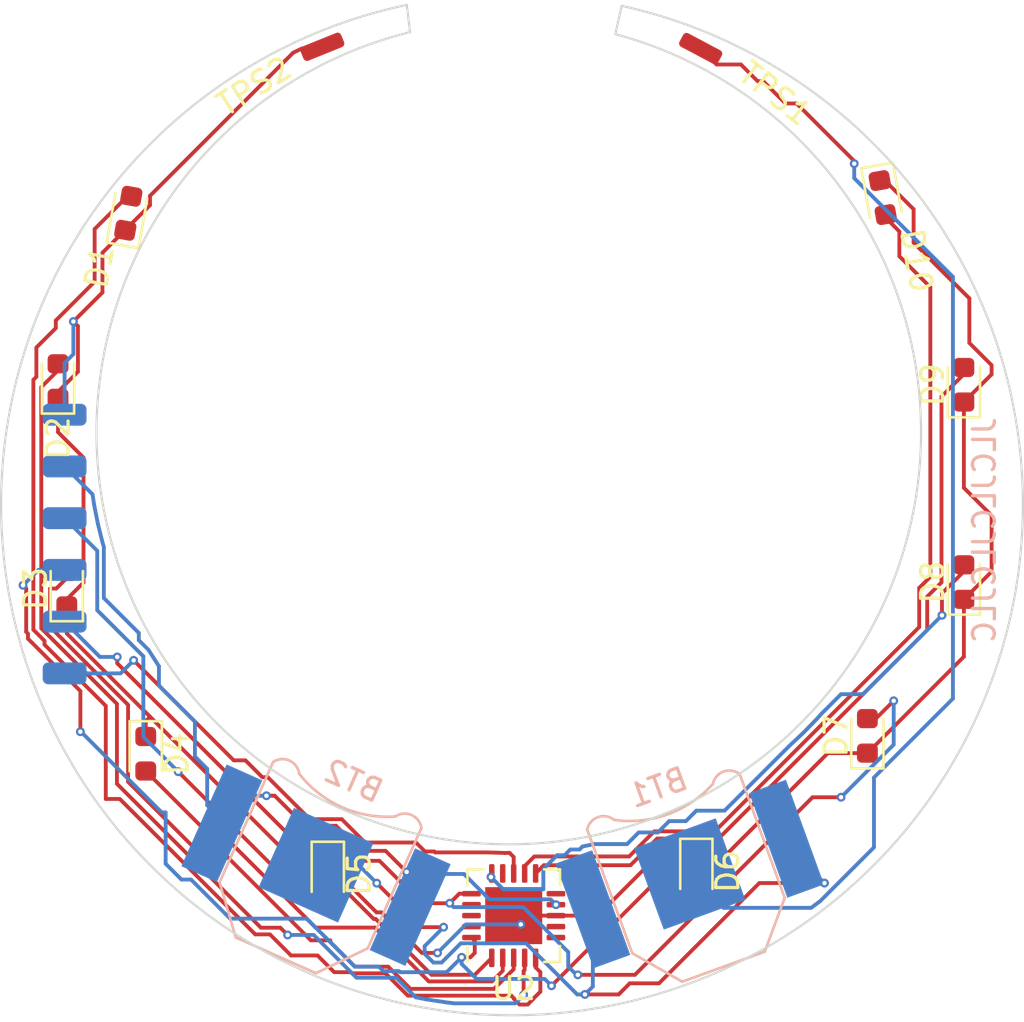
<source format=kicad_pcb>
(kicad_pcb (version 20221018) (generator pcbnew)
  (layers (0 "F.Cu" signal) (31 "B.Cu" signal) (34 "B.Paste" user) (35 "F.Paste" user) (36 "B.SilkS" user "B.Silkscreen") (37 "F.SilkS" user "F.Silkscreen") (38 "B.Mask" user) (39 "F.Mask" user) (44 "Edge.Cuts" user))
  (net 0 "")
  (net 1 "Net-(BT1-+)")
  (net 2 "/SCK")
  (net 3 "/MISO")
  (net 4 "/MOSI")
  (net 5 "Net-(D2-A)")
  (net 6 "Net-(D3-A)")
  (net 7 "/VCC")
  (net 8 "Net-(D4-A)")
  (net 9 "Net-(D8-A)")
  (net 10 "/RESET")
  (net 11 "Net-(D9-A)")
  (net 12 "/GND")
  (net 13 "Net-(D1-A)")
  (net 14 "Net-(D10-A)")
  (net 15 "Net-(BT1--)")
  (footprint "LED_SMD:LED_0603_1608Metric" (layer "F.Cu") (at 195.602133 94.283976 90)
    (fp_text reference "D9" (at 0 -1.43 90) (layer "F.SilkS"))
    (fp_text value "LED")
    (fp_line (start -1.485 -0.735) (end -1.485 0.735) (stroke (width 0.12)) (layer "F.SilkS"))
    (fp_line (start -1.485 0.735) (end 0.8 0.735) (stroke (width 0.12)) (layer "F.SilkS"))
    (fp_line (start 0.8 -0.735) (end -1.485 -0.735) (stroke (width 0.12)) (layer "F.SilkS"))
    (pad "1" smd roundrect (at -0.7875 0 90) (size 0.875 0.95) (layers "F.Cu" "F.Paste" "F.Mask") (net 12 "/GND"))
    (pad "2" smd roundrect (at 0.7875 0 90) (size 0.875 0.95) (layers "F.Cu" "F.Paste" "F.Mask") (net 11 "Net-(D9-A)"))
  )
  (footprint "LED_SMD:LED_0603_1608Metric" (layer "F.Cu") (at 154.302133 94.113976 90)
    (fp_text reference "D2" (at -2.609224 0.002867 90) (layer "F.SilkS"))
    (fp_text value "LED")
    (fp_line (start -1.485 -0.735) (end -1.485 0.735) (stroke (width 0.12)) (layer "F.SilkS"))
    (fp_line (start -1.485 0.735) (end 0.8 0.735) (stroke (width 0.12)) (layer "F.SilkS"))
    (fp_line (start 0.8 -0.735) (end -1.485 -0.735) (stroke (width 0.12)) (layer "F.SilkS"))
    (pad "1" smd roundrect (at -0.7875 0 90) (size 0.875 0.95) (layers "F.Cu" "F.Paste" "F.Mask") (net 12 "/GND"))
    (pad "2" smd roundrect (at 0.7875 0 90) (size 0.875 0.95) (layers "F.Cu" "F.Paste" "F.Mask") (net 5 "Net-(D2-A)"))
  )
  (footprint "LED_SMD:LED_0603_1608Metric" (layer "F.Cu") (at 191.902133 85.745476 -80)
    (fp_text reference "D10" (at 3.099604 -1.021546 100) (layer "F.SilkS"))
    (fp_text value "LED")
    (fp_line (start -1.485 -0.735) (end -1.485 0.735) (stroke (width 0.12)) (layer "F.SilkS"))
    (fp_line (start -1.485 0.735) (end 0.8 0.735) (stroke (width 0.12)) (layer "F.SilkS"))
    (fp_line (start 0.8 -0.735) (end -1.485 -0.735) (stroke (width 0.12)) (layer "F.SilkS"))
    (pad "1" smd roundrect (at -0.7875 0 280) (size 0.875 0.95) (layers "F.Cu" "F.Paste" "F.Mask") (net 12 "/GND"))
    (pad "2" smd roundrect (at 0.7875 0 280) (size 0.875 0.95) (layers "F.Cu" "F.Paste" "F.Mask") (net 14 "Net-(D10-A)"))
  )
  (footprint "Package_DFN_QFN:QFN-20-1EP_4x4mm_P0.5mm_EP2.6x2.6mm" (layer "F.Cu") (at 175.077133 118.498976 90)
    (fp_text reference "U2" (at -3.325 0 180) (layer "F.SilkS"))
    (fp_text value "ATtiny44A-M")
    (fp_line (start -2.11 2.11) (end -2.11 1.385) (stroke (width 0.12)) (layer "F.SilkS"))
    (fp_line (start -1.385 -2.11) (end -2.11 -2.11) (stroke (width 0.12)) (layer "F.SilkS"))
    (fp_line (start -1.385 2.11) (end -2.11 2.11) (stroke (width 0.12)) (layer "F.SilkS"))
    (fp_line (start 1.385 -2.11) (end 2.11 -2.11) (stroke (width 0.12)) (layer "F.SilkS"))
    (fp_line (start 1.385 2.11) (end 2.11 2.11) (stroke (width 0.12)) (layer "F.SilkS"))
    (fp_line (start 2.11 -2.11) (end 2.11 -1.385) (stroke (width 0.12)) (layer "F.SilkS"))
    (fp_line (start 2.11 2.11) (end 2.11 1.385) (stroke (width 0.12)) (layer "F.SilkS"))
    (pad "1" smd roundrect (at -1.925 -1 90) (size 0.85 0.25) (layers "F.Cu" "F.Paste" "F.Mask") (net 2 "/SCK"))
    (pad "2" smd roundrect (at -1.925 -0.5 90) (size 0.85 0.25) (layers "F.Cu" "F.Paste" "F.Mask") (net 8 "Net-(D4-A)"))
    (pad "3" smd roundrect (at -1.925 0 90) (size 0.85 0.25) (layers "F.Cu" "F.Paste" "F.Mask") (net 6 "Net-(D3-A)"))
    (pad "4" smd roundrect (at -1.925 0.5 90) (size 0.85 0.25) (layers "F.Cu" "F.Paste" "F.Mask") (net 5 "Net-(D2-A)"))
    (pad "5" smd roundrect (at -1.925 1 90) (size 0.85 0.25) (layers "F.Cu" "F.Paste" "F.Mask") (net 13 "Net-(D1-A)"))
    (pad "6" smd roundrect (at -1 1.925 90) (size 0.25 0.85) (layers "F.Cu" "F.Paste" "F.Mask"))
    (pad "7" smd roundrect (at -0.5 1.925 90) (size 0.25 0.85) (layers "F.Cu" "F.Paste" "F.Mask"))
    (pad "8" smd roundrect (at 0 1.925 90) (size 0.25 0.85) (layers "F.Cu" "F.Paste" "F.Mask") (net 12 "/GND"))
    (pad "9" smd roundrect (at 0.5 1.925 90) (size 0.25 0.85) (layers "F.Cu" "F.Paste" "F.Mask") (net 7 "/VCC"))
    (pad "10" smd roundrect (at 1 1.925 90) (size 0.25 0.85) (layers "F.Cu" "F.Paste" "F.Mask"))
    (pad "11" smd roundrect (at 1.925 1 90) (size 0.85 0.25) (layers "F.Cu" "F.Paste" "F.Mask") (net 11 "Net-(D9-A)"))
    (pad "12" smd roundrect (at 1.925 0.5 90) (size 0.85 0.25) (layers "F.Cu" "F.Paste" "F.Mask") (net 14 "Net-(D10-A)"))
    (pad "13" smd roundrect (at 1.925 0 90) (size 0.85 0.25) (layers "F.Cu" "F.Paste" "F.Mask") (net 10 "/RESET"))
    (pad "14" smd roundrect (at 1.925 -0.5 90) (size 0.85 0.25) (layers "F.Cu" "F.Paste" "F.Mask"))
    (pad "15" smd roundrect (at 1.925 -1 90) (size 0.85 0.25) (layers "F.Cu" "F.Paste" "F.Mask") (net 9 "Net-(D8-A)"))
    (pad "16" smd roundrect (at 1 -1.925 90) (size 0.25 0.85) (layers "F.Cu" "F.Paste" "F.Mask") (net 4 "/MOSI"))
    (pad "17" smd roundrect (at 0.5 -1.925 90) (size 0.25 0.85) (layers "F.Cu" "F.Paste" "F.Mask"))
    (pad "18" smd roundrect (at 0 -1.925 90) (size 0.25 0.85) (layers "F.Cu" "F.Paste" "F.Mask"))
    (pad "19" smd roundrect (at -0.5 -1.925 90) (size 0.25 0.85) (layers "F.Cu" "F.Paste" "F.Mask"))
    (pad "20" smd roundrect (at -1 -1.925 90) (size 0.25 0.85) (layers "F.Cu" "F.Paste" "F.Mask") (net 3 "/MISO"))
    (pad "21" smd rect (at 0 0 90) (size 2.6 2.6) (layers "F.Cu" "F.Mask") (net 12 "/GND"))
  )
  (footprint "LED_SMD:LED_0603_1608Metric" (layer "F.Cu") (at 191.202133 110.298976 90)
    (fp_text reference "D7" (at 0 -1.43 90) (layer "F.SilkS"))
    (fp_text value "LED")
    (fp_line (start -1.485 -0.735) (end -1.485 0.735) (stroke (width 0.12)) (layer "F.SilkS"))
    (fp_line (start -1.485 0.735) (end 0.8 0.735) (stroke (width 0.12)) (layer "F.SilkS"))
    (fp_line (start 0.8 -0.735) (end -1.485 -0.735) (stroke (width 0.12)) (layer "F.SilkS"))
    (pad "1" smd roundrect (at -0.7875 0 90) (size 0.875 0.95) (layers "F.Cu" "F.Paste" "F.Mask") (net 12 "/GND"))
    (pad "2" smd roundrect (at 0.7875 0 90) (size 0.875 0.95) (layers "F.Cu" "F.Paste" "F.Mask") (net 4 "/MOSI"))
  )
  (footprint "Connector_Wire:SolderWirePad_1x01_SMD_1x2mm" (layer "F.Cu") (at 166.352133 78.867 112)
    (fp_text reference "TPS2" (at -0.508431 -3.555707 212) (layer "F.SilkS"))
    (fp_text value "TestPoint" hide)
    (pad "1" smd roundrect (at 0 0 112) (size 0.7 2) (layers "F.Cu" "F.Paste" "F.Mask") (net 12 "/GND"))
  )
  (footprint "LED_SMD:LED_0603_1608Metric" (layer "F.Cu") (at 183.404133 116.479476 -90)
    (fp_text reference "D6" (at 0 -1.43 -90) (layer "F.SilkS"))
    (fp_text value "LED")
    (fp_line (start -1.485 -0.735) (end -1.485 0.735) (stroke (width 0.12)) (layer "F.SilkS"))
    (fp_line (start -1.485 0.735) (end 0.8 0.735) (stroke (width 0.12)) (layer "F.SilkS"))
    (fp_line (start 0.8 -0.735) (end -1.485 -0.735) (stroke (width 0.12)) (layer "F.SilkS"))
    (pad "1" smd roundrect (at -0.7875 0 270) (size 0.875 0.95) (layers "F.Cu" "F.Paste" "F.Mask") (net 12 "/GND"))
    (pad "2" smd roundrect (at 0.7875 0 270) (size 0.875 0.95) (layers "F.Cu" "F.Paste" "F.Mask") (net 3 "/MISO"))
  )
  (footprint "LED_SMD:LED_0603_1608Metric" (layer "F.Cu") (at 195.602133 103.283976 90)
    (fp_text reference "D8" (at 0 -1.43 90) (layer "F.SilkS"))
    (fp_text value "LED")
    (fp_line (start -1.485 -0.735) (end -1.485 0.735) (stroke (width 0.12)) (layer "F.SilkS"))
    (fp_line (start -1.485 0.735) (end 0.8 0.735) (stroke (width 0.12)) (layer "F.SilkS"))
    (fp_line (start 0.8 -0.735) (end -1.485 -0.735) (stroke (width 0.12)) (layer "F.SilkS"))
    (pad "1" smd roundrect (at -0.7875 0 90) (size 0.875 0.95) (layers "F.Cu" "F.Paste" "F.Mask") (net 12 "/GND"))
    (pad "2" smd roundrect (at 0.7875 0 90) (size 0.875 0.95) (layers "F.Cu" "F.Paste" "F.Mask") (net 9 "Net-(D8-A)"))
  )
  (footprint "LED_SMD:LED_0603_1608Metric" (layer "F.Cu") (at 158.302133 111.113976 -90)
    (fp_text reference "D4" (at 0 -1.43 -90) (layer "F.SilkS"))
    (fp_text value "LED")
    (fp_line (start -1.485 -0.735) (end -1.485 0.735) (stroke (width 0.12)) (layer "F.SilkS"))
    (fp_line (start -1.485 0.735) (end 0.8 0.735) (stroke (width 0.12)) (layer "F.SilkS"))
    (fp_line (start 0.8 -0.735) (end -1.485 -0.735) (stroke (width 0.12)) (layer "F.SilkS"))
    (pad "1" smd roundrect (at -0.7875 0 270) (size 0.875 0.95) (layers "F.Cu" "F.Paste" "F.Mask") (net 12 "/GND"))
    (pad "2" smd roundrect (at 0.7875 0 270) (size 0.875 0.95) (layers "F.Cu" "F.Paste" "F.Mask") (net 8 "Net-(D4-A)"))
  )
  (footprint "LED_SMD:LED_0603_1608Metric" (layer "F.Cu") (at 154.702133 103.583976 90)
    (fp_text reference "D3" (at 0 -1.43 90) (layer "F.SilkS"))
    (fp_text value "LED")
    (fp_line (start -1.485 -0.735) (end -1.485 0.735) (stroke (width 0.12)) (layer "F.SilkS"))
    (fp_line (start -1.485 0.735) (end 0.8 0.735) (stroke (width 0.12)) (layer "F.SilkS"))
    (fp_line (start 0.8 -0.735) (end -1.485 -0.735) (stroke (width 0.12)) (layer "F.SilkS"))
    (pad "1" smd roundrect (at -0.7875 0 90) (size 0.875 0.95) (layers "F.Cu" "F.Paste" "F.Mask") (net 12 "/GND"))
    (pad "2" smd roundrect (at 0.7875 0 90) (size 0.875 0.95) (layers "F.Cu" "F.Paste" "F.Mask") (net 6 "Net-(D3-A)"))
  )
  (footprint "LED_SMD:LED_0603_1608Metric" (layer "F.Cu") (at 157.5054 86.4615 80)
    (fp_text reference "D1" (at -2.630808 -0.877293 80) (layer "F.SilkS"))
    (fp_text value "LED")
    (fp_line (start -1.485 -0.735) (end -1.485 0.735) (stroke (width 0.12)) (layer "F.SilkS"))
    (fp_line (start -1.485 0.735) (end 0.8 0.735) (stroke (width 0.12)) (layer "F.SilkS"))
    (fp_line (start 0.8 -0.735) (end -1.485 -0.735) (stroke (width 0.12)) (layer "F.SilkS"))
    (pad "1" smd roundrect (at -0.7875 0 80) (size 0.875 0.95) (layers "F.Cu" "F.Paste" "F.Mask") (net 12 "/GND"))
    (pad "2" smd roundrect (at 0.7875 0 80) (size 0.875 0.95) (layers "F.Cu" "F.Paste" "F.Mask") (net 13 "Net-(D1-A)"))
  )
  (footprint "LED_SMD:LED_0603_1608Metric" (layer "F.Cu") (at 166.602133 116.613976 -90)
    (fp_text reference "D5" (at 0 -1.43 -90) (layer "F.SilkS"))
    (fp_text value "LED")
    (fp_line (start -1.485 -0.735) (end -1.485 0.735) (stroke (width 0.12)) (layer "F.SilkS"))
    (fp_line (start -1.485 0.735) (end 0.8 0.735) (stroke (width 0.12)) (layer "F.SilkS"))
    (fp_line (start 0.8 -0.735) (end -1.485 -0.735) (stroke (width 0.12)) (layer "F.SilkS"))
    (pad "1" smd roundrect (at -0.7875 0 270) (size 0.875 0.95) (layers "F.Cu" "F.Paste" "F.Mask") (net 12 "/GND"))
    (pad "2" smd roundrect (at 0.7875 0 270) (size 0.875 0.95) (layers "F.Cu" "F.Paste" "F.Mask") (net 2 "/SCK"))
  )
  (footprint "Connector_Wire:SolderWirePad_1x01_SMD_1x2mm" (layer "F.Cu") (at 183.602133 78.948976 62)
    (fp_text reference "TPS1" (at -0.218716 3.958726 142) (layer "F.SilkS"))
    (fp_text value "TestPoint" hide)
    (pad "1" smd roundrect (at 0 0 62) (size 0.7 2) (layers "F.Cu" "F.Paste" "F.Mask") (net 15 "Net-(BT1--)"))
  )
  (footprint "Connector_Wire:SolderWirePad_1x01_SMD_1x2mm" (layer "B.Cu") (at 154.602133 105.088976 90)
    (fp_text reference "TP2" hide)
    (fp_text value "TestPoint" hide)
    (pad "1" smd roundrect (at 0 0 90) (size 1 2) (layers "B.Cu" "B.Paste" "B.Mask") (net 4 "/MOSI"))
  )
  (footprint "Connector_Wire:SolderWirePad_1x01_SMD_1x2mm" (layer "B.Cu") (at 154.602133 107.448976 90)
    (fp_text reference "TP1" hide)
    (fp_text value "TestPoint" hide)
    (pad "1" smd roundrect (at 0 0 90) (size 1 2) (layers "B.Cu" "B.Paste" "B.Mask") (net 10 "/RESET"))
  )
  (footprint "Connector_Wire:SolderWirePad_1x01_SMD_1x2mm" (layer "B.Cu") (at 154.602133 102.728976 90)
    (fp_text reference "TP3" hide)
    (fp_text value "TestPoint" hide)
    (pad "1" smd roundrect (at 0 0 90) (size 1 2) (layers "B.Cu" "B.Paste" "B.Mask") (net 3 "/MISO"))
  )
  (footprint "Connector_Wire:SolderWirePad_1x01_SMD_1x2mm" (layer "B.Cu") (at 154.602133 95.648976 90)
    (fp_text reference "TP6" hide)
    (fp_text value "TestPoint" hide)
    (pad "1" smd roundrect (at 0 0 90) (size 1 2) (layers "B.Cu" "B.Paste" "B.Mask") (net 12 "/GND"))
  )
  (footprint "Connector_Wire:SolderWirePad_1x01_SMD_1x2mm" (layer "B.Cu") (at 154.602133 100.368976 90)
    (fp_text reference "TP4" hide)
    (fp_text value "TestPoint" hide)
    (pad "1" smd roundrect (at 0 0 90) (size 1 2) (layers "B.Cu" "B.Paste" "B.Mask") (net 2 "/SCK"))
  )
  (footprint "Connector_Wire:SolderWirePad_1x01_SMD_1x2mm" (layer "B.Cu") (at 154.602133 98.008976 90)
    (fp_text reference "TP5" hide)
    (fp_text value "TestPoint" hide)
    (pad "1" smd roundrect (at 0 0 90) (size 1 2) (layers "B.Cu" "B.Paste" "B.Mask") (net 7 "/VCC"))
  )
  (footprint "Battery:BatteryHolder_Keystone_2998_1x6.8mm" (layer "B.Cu") (at 183.102133 116.598976 -160)
    (fp_text reference "BT1" (at 0 4.2 20) (layer "B.SilkS") (effects (justify mirror)))
    (fp_text value "Battery_Cell 6.8mm" hide)
    (fp_line (start -3.7 3.5) (end -3.7 -2.5) (stroke (width 0.12)) (layer "B.SilkS"))
    (fp_line (start -2 -4.5) (end -3.7 -2.5) (stroke (width 0.12)) (layer "B.SilkS"))
    (fp_line (start -2 -4.5) (end 2 -4.5) (stroke (width 0.12)) (layer "B.SilkS"))
    (fp_line (start 2 -4.5) (end 3.7 -2.5) (stroke (width 0.12)) (layer "B.SilkS"))
    (fp_line (start 3.7 3.5) (end 3.7 -2.5) (stroke (width 0.12)) (layer "B.SilkS"))
    (fp_arc (start -2.4 3.5) (mid -3.055452 3.863197) (end -3.705648 3.490673) (stroke (width 0.12)) (layer "B.SilkS"))
    (fp_arc (start -2.4 3.5) (mid -0.00488 2.900002) (end 2.391383 3.495415) (stroke (width 0.12)) (layer "B.SilkS"))
    (fp_arc (start 3.703723 3.5) (mid 3.046476 3.866382) (end 2.392627 3.493972) (stroke (width 0.12)) (layer "B.SilkS"))
    (pad "1" smd rect (at -4.7 0 200) (size 1.78 5.08) (layers "B.Cu" "B.Paste" "B.Mask") (net 1 "Net-(BT1-+)"))
    (pad "1" smd rect (at 4.7 0 200) (size 1.78 5.08) (layers "B.Cu" "B.Paste" "B.Mask") (net 1 "Net-(BT1-+)"))
    (pad "2" smd rect (at 0 0 200) (size 3.96 3.96) (layers "B.Cu" "B.Paste" "B.Mask") (net 15 "Net-(BT1--)"))
  )
  (footprint "Battery:BatteryHolder_Keystone_2998_1x6.8mm" (layer "B.Cu") (at 166.064136 116.198338 156)
    (fp_text reference "BT2" (at 0 4.2 156) (layer "B.SilkS") (effects (justify mirror)))
    (fp_text value "Battery_Cell 6.8mm" hide)
    (fp_line (start -3.7 3.5) (end -3.7 -2.5) (stroke (width 0.12)) (layer "B.SilkS"))
    (fp_line (start -2 -4.5) (end -3.7 -2.5) (stroke (width 0.12)) (layer "B.SilkS"))
    (fp_line (start -2 -4.5) (end 2 -4.5) (stroke (width 0.12)) (layer "B.SilkS"))
    (fp_line (start 2 -4.5) (end 3.7 -2.5) (stroke (width 0.12)) (layer "B.SilkS"))
    (fp_line (start 3.7 3.5) (end 3.7 -2.5) (stroke (width 0.12)) (layer "B.SilkS"))
    (fp_arc (start -2.4 3.5) (mid -3.055452 3.863197) (end -3.705648 3.490673) (stroke (width 0.12)) (layer "B.SilkS"))
    (fp_arc (start -2.4 3.5) (mid -0.00488 2.900002) (end 2.391383 3.495415) (stroke (width 0.12)) (layer "B.SilkS"))
    (fp_arc (start 3.703723 3.5) (mid 3.046476 3.866382) (end 2.392627 3.493972) (stroke (width 0.12)) (layer "B.SilkS"))
    (pad "1" smd rect (at -4.7 0 156) (size 1.78 5.08) (layers "B.Cu" "B.Paste" "B.Mask") (net 7 "/VCC"))
    (pad "1" smd rect (at 4.7 0 156) (size 1.78 5.08) (layers "B.Cu" "B.Paste" "B.Mask") (net 7 "/VCC"))
    (pad "2" smd rect (at 0 0 156) (size 3.96 3.96) (layers "B.Cu" "B.Paste" "B.Mask") (net 1 "Net-(BT1-+)"))
  )
  (gr_arc (start 179.71123 78.29129) (mid 174.666747 115.244667) (end 170.352133 78.198979) (stroke (width 0.1)) (layer "Edge.Cuts"))
  (gr_line (start 180 77) (end 179.711233 78.291289) (stroke (width 0.1)) (layer "Edge.Cuts"))
  (gr_arc (start 180 77) (mid 174.896994 123.042743) (end 170.201404 76.956668) (stroke (width 0.1)) (layer "Edge.Cuts"))
  (gr_line (start 170.201404 76.956668) (end 170.352133 78.198978) (stroke (width 0.1)) (layer "Edge.Cuts"))
  (gr_text "JLCJLCJLCJLC" (at 197.120133 95.676976 90) (layer "B.SilkS") (effects (font (size 1 1)) (justify left bottom mirror)))
  (segment (start 170.8404 119.0244) (end 168.8338 117.0178) (width 0.175) (layer "F.Cu") (net 1))
  (segment (start 178.324133 122.092976) (end 179.862224 122.092976) (width 0.175) (layer "F.Cu") (net 1))
  (segment (start 186.274295 117.012976) (end 189.246133 117.012976) (width 0.175) (layer "F.Cu") (net 1))
  (segment (start 181.702295 121.584976) (end 186.274295 117.012976) (width 0.175) (layer "F.Cu") (net 1))
  (segment (start 180.370224 121.584976) (end 181.702295 121.584976) (width 0.175) (layer "F.Cu") (net 1))
  (segment (start 179.862224 122.092976) (end 180.370224 121.584976) (width 0.175) (layer "F.Cu") (net 1))
  (segment (start 171.8818 119.0244) (end 170.8404 119.0244) (width 0.175) (layer "F.Cu") (net 1))
  (via (at 189.246133 117.012976) (size 0.4) (drill 0.2) (layers "F.Cu" "B.Cu") (net 1))
  (via (at 171.8818 119.0244) (size 0.4) (drill 0.2) (layers "F.Cu" "B.Cu") (net 1))
  (via (at 178.324133 122.092976) (size 0.4) (drill 0.2) (layers "F.Cu" "B.Cu") (net 1))
  (via (at 168.8338 117.0178) (size 0.4) (drill 0.2) (layers "F.Cu" "B.Cu") (net 1))
  (segment (start 171.419257 120.640476) (end 171.0182 120.239419) (width 0.175) (layer "B.Cu") (net 1))
  (segment (start 172.664485 119.761) (end 171.785009 120.640476) (width 0.175) (layer "B.Cu") (net 1))
  (segment (start 168.8338 117.0178) (end 168.014338 116.198338) (width 0.175) (layer "B.Cu") (net 1))
  (segment (start 178.685578 118.206471) (end 178.685578 121.731531) (width 0.175) (layer "B.Cu") (net 1))
  (segment (start 168.014338 116.198338) (end 166.064136 116.198338) (width 0.175) (layer "B.Cu") (net 1))
  (segment (start 171.8818 119.0244) (end 171.8818 118.999) (width 0.175) (layer "B.Cu") (net 1))
  (segment (start 178.324133 122.092976) (end 177.972976 122.092976) (width 0.175) (layer "B.Cu") (net 1))
  (segment (start 178.685578 121.731531) (end 178.324133 122.092976) (width 0.175) (layer "B.Cu") (net 1))
  (segment (start 171.785009 120.640476) (end 171.419257 120.640476) (width 0.175) (layer "B.Cu") (net 1))
  (segment (start 171.0182 119.888) (end 171.8818 119.0244) (width 0.175) (layer "B.Cu") (net 1))
  (segment (start 175.641 119.761) (end 172.664485 119.761) (width 0.175) (layer "B.Cu") (net 1))
  (segment (start 168.8084 116.9924) (end 168.8338 117.0178) (width 0.175) (layer "B.Cu") (net 1))
  (segment (start 189.246133 117.012976) (end 187.518688 115.285531) (width 0.175) (layer "B.Cu") (net 1))
  (segment (start 171.0182 120.239419) (end 171.0182 119.888) (width 0.175) (layer "B.Cu") (net 1))
  (segment (start 167.214807 114.980976) (end 166.108469 116.087314) (width 0.175) (layer "B.Cu") (net 1))
  (segment (start 178.685578 118.206471) (end 178.685578 117.374421) (width 0.175) (layer "B.Cu") (net 1))
  (segment (start 177.972976 122.092976) (end 175.641 119.761) (width 0.175) (layer "B.Cu") (net 1))
  (segment (start 171.8818 118.999) (end 171.831 119.0498) (width 0.175) (layer "B.Cu") (net 1))
  (segment (start 165.250633 117.401476) (end 159.782133 111.932976) (width 0.175) (layer "F.Cu") (net 2))
  (segment (start 167.447541 117.401476) (end 165.250633 117.401476) (width 0.175) (layer "F.Cu") (net 2))
  (segment (start 168.69704 118.650975) (end 167.447541 117.401476) (width 0.175) (layer "F.Cu") (net 2))
  (segment (start 168.786133 118.650976) (end 168.69704 118.650975) (width 0.175) (layer "F.Cu") (net 2))
  (segment (start 171.332133 121.196976) (end 168.786133 118.650976) (width 0.175) (layer "F.Cu") (net 2))
  (segment (start 174.077133 120.423976) (end 173.304133 121.196976) (width 0.175) (layer "F.Cu") (net 2))
  (segment (start 173.304133 121.196976) (end 171.332133 121.196976) (width 0.175) (layer "F.Cu") (net 2))
  (via (at 159.782133 111.932976) (size 0.4) (drill 0.2) (layers "F.Cu" "B.Cu") (net 2))
  (segment (start 154.602133 100.368976) (end 156.090197 101.85704) (width 0.175) (layer "B.Cu") (net 2))
  (segment (start 156.090197 104.568664) (end 158.191633 106.6701) (width 0.175) (layer "B.Cu") (net 2))
  (segment (start 158.1912 110.342043) (end 159.782133 111.932976) (width 0.175) (layer "B.Cu") (net 2))
  (segment (start 158.191633 107.035852) (end 158.1912 107.036285) (width 0.175) (layer "B.Cu") (net 2))
  (segment (start 158.191633 106.6701) (end 158.191633 107.035852) (width 0.175) (layer "B.Cu") (net 2))
  (segment (start 156.090197 101.85704) (end 156.090197 104.568664) (width 0.175) (layer "B.Cu") (net 2))
  (segment (start 158.1912 107.036285) (end 158.1912 110.342043) (width 0.175) (layer "B.Cu") (net 2))
  (segment (start 152.85017 105.55537) (end 152.931834 105.637034) (width 0.175) (layer "F.Cu") (net 3))
  (segment (start 152.931834 105.865634) (end 155.321 108.2548) (width 0.175) (layer "F.Cu") (net 3))
  (segment (start 173.102133 120.398976) (end 173.302133 120.198976) (width 0.175) (layer "F.Cu") (net 3))
  (segment (start 173.302133 119.648976) (end 173.152133 119.498976) (width 0.175) (layer "F.Cu") (net 3))
  (segment (start 172.702133 120.398976) (end 173.102133 120.398976) (width 0.175) (layer "F.Cu") (net 3))
  (segment (start 152.706446 103.430446) (end 152.662203 103.430446) (width 0.175) (layer "F.Cu") (net 3))
  (segment (start 173.302133 120.198976) (end 173.302133 119.648976) (width 0.175) (layer "F.Cu") (net 3))
  (segment (start 152.931834 105.637034) (end 152.931834 105.865634) (width 0.175) (layer "F.Cu") (net 3))
  (segment (start 155.321 108.2548) (end 155.321 110.109) (width 0.175) (layer "F.Cu") (net 3))
  (segment (start 152.706446 103.430446) (end 152.85017 103.57417) (width 0.175) (layer "F.Cu") (net 3))
  (segment (start 183.404133 117.266976) (end 181.234133 117.266976) (width 0.175) (layer "F.Cu") (net 3))
  (segment (start 152.85017 103.57417) (end 152.85017 105.55537) (width 0.175) (layer "F.Cu") (net 3))
  (segment (start 181.234133 117.266976) (end 176.802133 121.698976) (width 0.175) (layer "F.Cu") (net 3))
  (via (at 152.706446 103.430446) (size 0.4) (drill 0.2) (layers "F.Cu" "B.Cu") (net 3))
  (via (at 176.802133 121.698976) (size 0.4) (drill 0.2) (layers "F.Cu" "B.Cu") (net 3))
  (via (at 155.321 110.109) (size 0.4) (drill 0.2) (layers "F.Cu" "B.Cu") (net 3))
  (via (at 172.702133 120.398976) (size 0.4) (drill 0.2) (layers "F.Cu" "B.Cu") (net 3))
  (segment (start 152.706446 103.430446) (end 153.407916 102.728976) (width 0.175) (layer "B.Cu") (net 3))
  (segment (start 165.641912 118.635663) (end 162.149212 118.635663) (width 0.175) (layer "B.Cu") (net 3))
  (segment (start 167.829225 120.822976) (end 165.641912 118.635663) (width 0.175) (layer "B.Cu") (net 3))
  (segment (start 172.024133 121.076976) (end 172.702133 120.398976) (width 0.175) (layer "B.Cu") (net 3))
  (segment (start 160.366534 116.852985) (end 159.931385 116.852985) (width 0.175) (layer "B.Cu") (net 3))
  (segment (start 172.702133 120.398976) (end 172.702133 120.698976) (width 0.175) (layer "B.Cu") (net 3))
  (segment (start 173.389757 121.3866) (end 176.489757 121.3866) (width 0.175) (layer "B.Cu") (net 3))
  (segment (start 159.209431 113.789769) (end 159.027169 113.789769) (width 0.175) (layer "B.Cu") (net 3))
  (segment (start 169.890515 121.076976) (end 172.024133 121.076976) (width 0.175) (layer "B.Cu") (net 3))
  (segment (start 176.489757 121.3866) (end 176.802133 121.698976) (width 0.175) (layer "B.Cu") (net 3))
  (segment (start 153.407916 102.728976) (end 154.602133 102.728976) (width 0.175) (layer "B.Cu") (net 3))
  (segment (start 168.934534 120.831377) (end 169.132133 121.028976) (width 0.175) (layer "B.Cu") (net 3))
  (segment (start 172.702133 120.698976) (end 173.389757 121.3866) (width 0.175) (layer "B.Cu") (net 3))
  (segment (start 155.321 110.0836) (end 155.321 110.0836) (width 0.175) (layer "B.Cu") (net 3))
  (segment (start 155.321 110.109) (end 155.321 110.0836) (width 0.175) (layer "B.Cu") (net 3))
  (segment (start 169.132133 121.028976) (end 169.842515 121.028976) (width 0.175) (layer "B.Cu") (net 3))
  (segment (start 169.842515 121.028976) (end 169.890515 121.076976) (width 0.175) (layer "B.Cu") (net 3))
  (segment (start 159.209431 116.131031) (end 159.209431 113.789769) (width 0.175) (layer "B.Cu") (net 3))
  (segment (start 159.931385 116.852985) (end 159.209431 116.131031) (width 0.175) (layer "B.Cu") (net 3))
  (segment (start 159.027169 113.789769) (end 155.3464 110.109) (width 0.175) (layer "B.Cu") (net 3))
  (segment (start 162.149212 118.635663) (end 160.366534 116.852985) (width 0.175) (layer "B.Cu") (net 3))
  (segment (start 155.3464 110.109) (end 155.321 110.109) (width 0.175) (layer "B.Cu") (net 3))
  (segment (start 168.926133 120.822976) (end 167.829225 120.822976) (width 0.175) (layer "B.Cu") (net 3))
  (segment (start 157.002133 106.989533) (end 157.002133 106.698976) (width 0.175) (layer "F.Cu") (net 4))
  (segment (start 172.1612 117.9322) (end 172.594424 117.498976) (width 0.175) (layer "F.Cu") (net 4))
  (segment (start 164.739576 114.726976) (end 157.002133 106.989533) (width 0.175) (layer "F.Cu") (net 4))
  (segment (start 172.594424 117.498976) (end 173.152133 117.498976) (width 0.175) (layer "F.Cu") (net 4))
  (segment (start 168.957976 115.998976) (end 167.291633 115.998976) (width 0.175) (layer "F.Cu") (net 4))
  (segment (start 166.590343 114.726976) (end 164.739576 114.726976) (width 0.175) (layer "F.Cu") (net 4))
  (segment (start 188.702133 113.098976) (end 180.602133 121.198976) (width 0.175) (layer "F.Cu") (net 4))
  (segment (start 170.8912 117.9322) (end 168.957976 115.998976) (width 0.175) (layer "F.Cu") (net 4))
  (segment (start 191.589633 109.511476) (end 192.402133 108.698976) (width 0.175) (layer "F.Cu") (net 4))
  (segment (start 180.602133 121.198976) (end 178.002133 121.198976) (width 0.175) (layer "F.Cu") (net 4))
  (segment (start 191.202133 109.511476) (end 191.589633 109.511476) (width 0.175) (layer "F.Cu") (net 4))
  (segment (start 167.291633 115.998976) (end 167.291633 115.428266) (width 0.175) (layer "F.Cu") (net 4))
  (segment (start 190.002133 113.098976) (end 188.702133 113.098976) (width 0.175) (layer "F.Cu") (net 4))
  (segment (start 167.291633 115.428266) (end 166.590343 114.726976) (width 0.175) (layer "F.Cu") (net 4))
  (segment (start 172.1612 117.9322) (end 170.8912 117.9322) (width 0.175) (layer "F.Cu") (net 4))
  (via (at 172.1612 117.9322) (size 0.4) (drill 0.2) (layers "F.Cu" "B.Cu") (net 4))
  (via (at 157.002133 106.698976) (size 0.4) (drill 0.2) (layers "F.Cu" "B.Cu") (net 4))
  (via (at 192.402133 108.698976) (size 0.4) (drill 0.2) (layers "F.Cu" "B.Cu") (net 4))
  (via (at 178.002133 121.198976) (size 0.4) (drill 0.2) (layers "F.Cu" "B.Cu") (net 4))
  (via (at 190.002133 113.098976) (size 0.4) (drill 0.2) (layers "F.Cu" "B.Cu") (net 4))
  (segment (start 177.562133 120.822976) (end 177.938133 121.198976) (width 0.175) (layer "B.Cu") (net 4))
  (segment (start 192.402133 110.698976) (end 190.002133 113.098976) (width 0.175) (layer "B.Cu") (net 4))
  (segment (start 172.1612 117.9322) (end 172.339 118.11) (width 0.175) (layer "B.Cu") (net 4))
  (segment (start 154.602133 105.088976) (end 156.212133 106.698976) (width 0.175) (layer "B.Cu") (net 4))
  (segment (start 192.402133 108.698976) (end 192.402133 110.698976) (width 0.175) (layer "B.Cu") (net 4))
  (segment (start 175.513157 118.11) (end 177.562133 120.158976) (width 0.175) (layer "B.Cu") (net 4))
  (segment (start 177.562133 120.158976) (end 177.562133 120.822976) (width 0.175) (layer "B.Cu") (net 4))
  (segment (start 177.938133 121.198976) (end 178.002133 121.198976) (width 0.175) (layer "B.Cu") (net 4))
  (segment (start 156.212133 106.698976) (end 157.002133 106.698976) (width 0.175) (layer "B.Cu") (net 4))
  (segment (start 172.339 118.11) (end 175.513157 118.11) (width 0.175) (layer "B.Cu") (net 4))
  (segment (start 175.577133 120.973976) (end 175.577133 120.423976) (width 0.175) (layer "F.Cu") (net 5))
  (segment (start 156.988133 112.484976) (end 156.988133 108.839424) (width 0.175) (layer "F.Cu") (net 5))
  (segment (start 163.55332 119.050163) (end 156.988133 112.484976) (width 0.175) (layer "F.Cu") (net 5))
  (segment (start 153.53913 94.391979) (end 154.302133 93.628976) (width 0.175) (layer "F.Cu") (net 5))
  (segment (start 156.988133 108.839424) (end 153.53913 105.390421) (width 0.175) (layer "F.Cu") (net 5))
  (segment (start 164.7698 119.38) (end 164.439963 119.050163) (width 0.175) (layer "F.Cu") (net 5))
  (segment (start 175.530133 121.020976) (end 175.577133 120.973976) (width 0.175) (layer "F.Cu") (net 5))
  (segment (start 164.439963 119.050163) (end 163.55332 119.050163) (width 0.175) (layer "F.Cu") (net 5))
  (segment (start 153.53913 105.390421) (end 153.53913 94.391979) (width 0.175) (layer "F.Cu") (net 5))
  (segment (start 175.530133 122.112976) (end 175.530133 121.020976) (width 0.175) (layer "F.Cu") (net 5))
  (via (at 164.7698 119.38) (size 0.4) (drill 0.2) (layers "F.Cu" "B.Cu") (net 5))
  (via (at 175.530133 122.112976) (size 0.4) (drill 0.2) (layers "F.Cu" "B.Cu") (net 5))
  (segment (start 172.388561 122.498976) (end 175.144133 122.498976) (width 0.175) (layer "B.Cu") (net 5))
  (segment (start 171.110694 122.320256) (end 172.051676 122.462344) (width 0.175) (layer "B.Cu") (net 5))
  (segment (start 170.609592 122.223145) (end 171.110694 122.320256) (width 0.175) (layer "B.Cu") (net 5))
  (segment (start 164.7698 119.38) (end 165.959157 119.38) (width 0.175) (layer "B.Cu") (net 5))
  (segment (start 167.910133 121.330976) (end 169.717423 121.330976) (width 0.175) (layer "B.Cu") (net 5))
  (segment (start 165.959157 119.38) (end 167.910133 121.330976) (width 0.175) (layer "B.Cu") (net 5))
  (segment (start 175.144133 122.498976) (end 175.530133 122.112976) (width 0.175) (layer "B.Cu") (net 5))
  (segment (start 172.051676 122.462344) (end 172.388561 122.498976) (width 0.175) (layer "B.Cu") (net 5))
  (segment (start 169.717423 121.330976) (end 170.609592 122.223145) (width 0.175) (layer "B.Cu") (net 5))
  (segment (start 154.222133 103.578976) (end 153.940133 103.578976) (width 0.175) (layer "F.Cu") (net 6))
  (segment (start 169.358049 120.8278) (end 170.369225 121.838976) (width 0.175) (layer "F.Cu") (net 6))
  (segment (start 153.940133 103.578976) (end 153.940133 105.328976) (width 0.175) (layer "F.Cu") (net 6))
  (segment (start 174.179225 121.838976) (end 175.077133 120.941068) (width 0.175) (layer "F.Cu") (net 6))
  (segment (start 165.827133 119.623976) (end 166.640133 119.623976) (width 0.175) (layer "F.Cu") (net 6))
  (segment (start 166.640133 119.623976) (end 167.843957 120.8278) (width 0.175) (layer "F.Cu") (net 6))
  (segment (start 160.477133 115.373976) (end 161.577133 115.373976) (width 0.175) (layer "F.Cu") (net 6))
  (segment (start 161.577133 115.373976) (end 165.827133 119.623976) (width 0.175) (layer "F.Cu") (net 6))
  (segment (start 170.369225 121.838976) (end 174.179225 121.838976) (width 0.175) (layer "F.Cu") (net 6))
  (segment (start 166.640133 119.623976) (end 166.716041 119.623976) (width 0.175) (layer "F.Cu") (net 6))
  (segment (start 157.496133 108.884976) (end 157.496133 112.392976) (width 0.175) (layer "F.Cu") (net 6))
  (segment (start 153.940133 105.328976) (end 157.496133 108.884976) (width 0.175) (layer "F.Cu") (net 6))
  (segment (start 157.496133 112.392976) (end 160.477133 115.373976) (width 0.175) (layer "F.Cu") (net 6))
  (segment (start 175.077133 120.941068) (end 175.077133 120.423976) (width 0.175) (layer "F.Cu") (net 6))
  (segment (start 167.843957 120.8278) (end 169.358049 120.8278) (width 0.175) (layer "F.Cu") (net 6))
  (segment (start 154.702133 103.098976) (end 154.222133 103.578976) (width 0.175) (layer "F.Cu") (net 6))
  (segment (start 164.181157 113.03) (end 165.552757 114.4016) (width 0.175) (layer "F.Cu") (net 7))
  (segment (start 163.8046 113.03) (end 164.181157 113.03) (width 0.175) (layer "F.Cu") (net 7))
  (segment (start 166.9796 114.4016) (end 168.1226 115.5446) (width 0.175) (layer "F.Cu") (net 7))
  (segment (start 168.1226 115.5446) (end 169.235757 115.5446) (width 0.175) (layer "F.Cu") (net 7))
  (segment (start 169.235757 115.5446) (end 170.196133 116.504976) (width 0.175) (layer "F.Cu") (net 7))
  (segment (start 165.552757 114.4016) (end 166.9796 114.4016) (width 0.175) (layer "F.Cu") (net 7))
  (via (at 170.196133 116.504976) (size 0.4) (drill 0.2) (layers "F.Cu" "B.Cu") (net 7))
  (via (at 163.8046 113.03) (size 0.4) (drill 0.2) (layers "F.Cu" "B.Cu") (net 7))
  (via (at 177.002133 117.998976) (size 0.4) (drill 0.2) (layers "F.Cu" "B.Cu") (net 7))
  (segment (start 177.002133 117.998976) (end 176.757557 117.7544) (width 0.175) (layer "B.Cu") (net 7))
  (segment (start 157.986111 105.606529) (end 157.986111 105.935029) (width 0.175) (layer "B.Cu") (net 7))
  (segment (start 163.027148 113.03) (end 161.770472 114.286676) (width 0.175) (layer "B.Cu") (net 7))
  (segment (start 160.544133 111.240976) (end 161.102133 111.798976) (width 0.175) (layer "B.Cu") (net 7))
  (segment (start 160.544133 109.646976) (end 160.544133 111.240976) (width 0.175) (layer "B.Cu") (net 7))
  (segment (start 158.903866 108.006709) (end 160.544133 109.646976) (width 0.175) (layer "B.Cu") (net 7))
  (segment (start 172.809176 116.598976) (end 171.802133 116.598976) (width 0.175) (layer "B.Cu") (net 7))
  (segment (start 161.102133 111.798976) (end 161.102133 113.46298) (width 0.175) (layer "B.Cu") (net 7))
  (segment (start 161.102133 113.46298) (end 161.814805 114.175652) (width 0.175) (layer "B.Cu") (net 7))
  (segment (start 158.903866 107.124941) (end 158.903866 108.006709) (width 0.175) (layer "B.Cu") (net 7))
  (segment (start 156.392197 104.012615) (end 157.986111 105.606529) (width 0.175) (layer "B.Cu") (net 7))
  (segment (start 156.392197 101.685299) (end 156.392197 104.012615) (width 0.175) (layer "B.Cu") (net 7))
  (segment (start 173.9646 117.7544) (end 172.809176 116.598976) (width 0.175) (layer "B.Cu") (net 7))
  (segment (start 156.122881 100.636889) (end 156.336476 101.498125) (width 0.175) (layer "B.Cu") (net 7))
  (segment (start 176.757557 117.7544) (end 173.9646 117.7544) (width 0.175) (layer "B.Cu") (net 7))
  (segment (start 154.602133 98.008976) (end 155.875866 99.282709) (width 0.175) (layer "B.Cu") (net 7))
  (segment (start 157.986111 105.935029) (end 158.42744 106.376358) (width 0.175) (layer "B.Cu") (net 7))
  (segment (start 155.949322 99.76669) (end 156.122881 100.636889) (width 0.175) (layer "B.Cu") (net 7))
  (segment (start 163.8046 113.03) (end 163.027148 113.03) (width 0.175) (layer "B.Cu") (net 7))
  (segment (start 156.336476 101.498125) (end 156.392197 101.685299) (width 0.175) (layer "B.Cu") (net 7))
  (segment (start 155.875866 99.282709) (end 155.949322 99.76669) (width 0.175) (layer "B.Cu") (net 7))
  (segment (start 158.42744 106.376358) (end 158.903866 107.124941) (width 0.175) (layer "B.Cu") (net 7))
  (segment (start 166.048133 119.044976) (end 168.753041 119.044976) (width 0.175) (layer "F.Cu") (net 8))
  (segment (start 161.274633 114.873976) (end 161.877133 114.873976) (width 0.175) (layer "F.Cu") (net 8))
  (segment (start 174.092133 121.498976) (end 174.577133 121.013976) (width 0.175) (layer "F.Cu") (net 8))
  (segment (start 171.207041 121.498976) (end 174.092133 121.498976) (width 0.175) (layer "F.Cu") (net 8))
  (segment (start 161.877133 114.873976) (end 166.048133 119.044976) (width 0.175) (layer "F.Cu") (net 8))
  (segment (start 158.502133 112.101476) (end 161.274633 114.873976) (width 0.175) (layer "F.Cu") (net 8))
  (segment (start 168.753041 119.044976) (end 171.207041 121.498976) (width 0.175) (layer "F.Cu") (net 8))
  (segment (start 174.577133 121.013976) (end 174.577133 120.423976) (width 0.175) (layer "F.Cu") (net 8))
  (segment (start 194.602133 103.798976) (end 194.602133 104.798976) (width 0.175) (layer "F.Cu") (net 9))
  (segment (start 195.602133 102.798976) (end 194.602133 103.798976) (width 0.175) (layer "F.Cu") (net 9))
  (via (at 194.602133 104.798976) (size 0.4) (drill 0.2) (layers "F.Cu" "B.Cu") (net 9))
  (via (at 174.0408 116.7384) (size 0.4) (drill 0.2) (layers "F.Cu" "B.Cu") (net 9))
  (segment (start 182.165262 114.187847) (end 182.927262 114.187847) (width 0.175) (layer "B.Cu") (net 9))
  (segment (start 177.056913 115.742976) (end 176.4284 116.371489) (width 0.175) (layer "B.Cu") (net 9))
  (segment (start 184.689695 113.710976) (end 187.650134 110.750537) (width 0.175) (layer "B.Cu") (net 9))
  (segment (start 187.650134 110.750537) (end 188.297496 110.143709) (width 0.175) (layer "B.Cu") (net 9))
  (segment (start 190.000224 108.398976) (end 191.002133 108.398976) (width 0.175) (layer "B.Cu") (net 9))
  (segment (start 188.916143 109.507578) (end 189.107395 109.291805) (width 0.175) (layer "B.Cu") (net 9))
  (segment (start 177.398424 115.742976) (end 177.659777 115.481623) (width 0.175) (layer "B.Cu") (net 9))
  (segment (start 178.215954 115.343155) (end 178.754556 115.234976) (width 0.175) (layer "B.Cu") (net 9))
  (segment (start 189.107395 109.291805) (end 190.000224 108.398976) (width 0.175) (layer "B.Cu") (net 9))
  (segment (start 180.776415 114.703464) (end 181.649645 114.703464) (width 0.175) (layer "B.Cu") (net 9))
  (segment (start 180.244903 115.234976) (end 180.776415 114.703464) (width 0.175) (layer "B.Cu") (net 9))
  (segment (start 176.4284 117.2972) (end 174.5996 117.2972) (width 0.175) (layer "B.Cu") (net 9))
  (segment (start 177.056913 115.742976) (end 177.398424 115.742976) (width 0.175) (layer "B.Cu") (net 9))
  (segment (start 177.659777 115.481623) (end 178.077486 115.481623) (width 0.175) (layer "B.Cu") (net 9))
  (segment (start 178.754556 115.234976) (end 180.244903 115.234976) (width 0.175) (layer "B.Cu") (net 9))
  (segment (start 188.297496 110.143709) (end 188.916143 109.507578) (width 0.175) (layer "B.Cu") (net 9))
  (segment (start 183.404133 113.710976) (end 184.689695 113.710976) (width 0.175) (layer "B.Cu") (net 9))
  (segment (start 176.4284 116.371489) (end 176.4284 117.2972) (width 0.175) (layer "B.Cu") (net 9))
  (segment (start 174.5996 117.2972) (end 174.0408 116.7384) (width 0.175) (layer "B.Cu") (net 9))
  (segment (start 181.649645 114.703464) (end 182.165262 114.187847) (width 0.175) (layer "B.Cu") (net 9))
  (segment (start 182.927262 114.187847) (end 183.404133 113.710976) (width 0.175) (layer "B.Cu") (net 9))
  (segment (start 191.002133 108.398976) (end 194.602133 104.798976) (width 0.175) (layer "B.Cu") (net 9))
  (segment (start 178.077486 115.481623) (end 178.215954 115.343155) (width 0.175) (layer "B.Cu") (net 9))
  (segment (start 165.780828 114.0996) (end 167.2364 114.0996) (width 0.175) (layer "F.Cu") (net 10))
  (segment (start 175.077133 115.823976) (end 175.077133 116.573976) (width 0.175) (layer "F.Cu") (net 10))
  (segment (start 157.750133 106.852976) (end 162.312475 111.415318) (width 0.175) (layer "F.Cu") (net 10))
  (segment (start 171.45 115.57) (end 171.494758 115.614758) (width 0.175) (layer "F.Cu") (net 10))
  (segment (start 162.846222 111.415318) (end 163.614604 112.1837) (width 0.175) (layer "F.Cu") (net 10))
  (segment (start 174.66285 115.639798) (end 174.889945 115.636788) (width 0.175) (layer "F.Cu") (net 10))
  (segment (start 174.889945 115.636788) (end 175.077133 115.823976) (width 0.175) (layer "F.Cu") (net 10))
  (segment (start 163.614604 112.1837) (end 163.864928 112.1837) (width 0.175) (layer "F.Cu") (net 10))
  (segment (start 168.3004 115.1636) (end 170.621708 115.1636) (width 0.175) (layer "F.Cu") (net 10))
  (segment (start 173.903932 115.614758) (end 174.66285 115.639798) (width 0.175) (layer "F.Cu") (net 10))
  (segment (start 167.2364 114.0996) (end 168.3004 115.1636) (width 0.175) (layer "F.Cu") (net 10))
  (segment (start 170.621708 115.1636) (end 171.028108 115.57) (width 0.175) (layer "F.Cu") (net 10))
  (segment (start 171.028108 115.57) (end 171.45 115.57) (width 0.175) (layer "F.Cu") (net 10))
  (segment (start 163.864928 112.1837) (end 165.780828 114.0996) (width 0.175) (layer "F.Cu") (net 10))
  (segment (start 171.494758 115.614758) (end 173.903932 115.614758) (width 0.175) (layer "F.Cu") (net 10))
  (segment (start 162.312475 111.415318) (end 162.846222 111.415318) (width 0.175) (layer "F.Cu") (net 10))
  (via (at 157.750133 106.852976) (size 0.4) (drill 0.2) (layers "F.Cu" "B.Cu") (net 10))
  (segment (start 157.750133 106.852976) (end 157.154133 107.448976) (width 0.175) (layer "B.Cu") (net 10))
  (segment (start 157.154133 107.448976) (end 154.602133 107.448976) (width 0.175) (layer "B.Cu") (net 10))
  (segment (start 194.580133 103.296976) (end 193.929 103.948109) (width 0.175) (layer "F.Cu") (net 11))
  (segment (start 176.452133 116.198976) (end 176.077133 116.573976) (width 0.175) (layer "F.Cu") (net 11))
  (segment (start 193.929 105.472109) (end 184.420133 114.980976) (width 0.175) (layer "F.Cu") (net 11))
  (segment (start 193.929 103.948109) (end 193.929 105.472109) (width 0.175) (layer "F.Cu") (net 11))
  (segment (start 180.402133 116.198976) (end 176.452133 116.198976) (width 0.175) (layer "F.Cu") (net 11))
  (segment (start 194.580133 94.820976) (end 194.580133 103.296976) (width 0.175) (layer "F.Cu") (net 11))
  (segment (start 181.620133 114.980976) (end 180.402133 116.198976) (width 0.175) (layer "F.Cu") (net 11))
  (segment (start 195.602133 93.798976) (end 194.580133 94.820976) (width 0.175) (layer "F.Cu") (net 11))
  (segment (start 184.420133 114.980976) (end 181.620133 114.980976) (width 0.175) (layer "F.Cu") (net 11))
  (segment (start 156.327387 90.073722) (end 156.327387 88.261722) (width 0.175) (layer "F.Cu") (net 12))
  (segment (start 181.225687 116.175422) (end 178.902133 118.498976) (width 0.175) (layer "F.Cu") (net 12))
  (segment (start 183.404133 115.691976) (end 182.920687 116.175422) (width 0.175) (layer "F.Cu") (net 12))
  (segment (start 156.327387 88.261722) (end 158.496 86.093109) (width 0.175) (layer "F.Cu") (net 12))
  (segment (start 193.310133 87.802976) (end 193.310133 86.278976) (width 0.175) (layer "F.Cu") (net 12))
  (segment (start 154.302133 96.445111) (end 155.464133 97.607111) (width 0.175) (layer "F.Cu") (net 12))
  (segment (start 195.850133 90.342976) (end 193.310133 87.802976) (width 0.175) (layer "F.Cu") (net 12))
  (segment (start 189.399633 111.086476) (end 184.794133 115.691976) (width 0.175) (layer "F.Cu") (net 12))
  (segment (start 196.866133 93.807476) (end 196.866133 93.390976) (width 0.175) (layer "F.Cu") (net 12))
  (segment (start 168.822133 118.348976) (end 169.042082 118.348976) (width 0.175) (layer "F.Cu") (net 12))
  (segment (start 155.210133 93.690976) (end 154.302133 94.598976) (width 0.175) (layer "F.Cu") (net 12))
  (segment (start 154.702133 104.068976) (end 154.702133 105.628976) (width 0.175) (layer "F.Cu") (net 12))
  (segment (start 195.602133 95.071476) (end 195.602133 98.984976) (width 0.175) (layer "F.Cu") (net 12))
  (segment (start 184.794133 115.691976) (end 183.404133 115.691976) (width 0.175) (layer "F.Cu") (net 12))
  (segment (start 155.464133 97.607111) (end 155.464133 103.306976) (width 0.175) (layer "F.Cu") (net 12))
  (segment (start 165.021711 79.140075) (end 165.326613 78.990214) (width 0.175) (layer "F.Cu") (net 12))
  (segment (start 155.464133 103.306976) (end 154.702133 104.068976) (width 0.175) (layer "F.Cu") (net 12))
  (segment (start 191.202133 111.086476) (end 189.399633 111.086476) (width 0.175) (layer "F.Cu") (net 12))
  (segment (start 169.042082 118.348976) (end 170.892082 120.198976) (width 0.175) (layer "F.Cu") (net 12))
  (segment (start 170.892082 120.198976) (end 171.602133 120.198976) (width 0.175) (layer "F.Cu") (net 12))
  (segment (start 195.602133 98.984976) (end 196.866133 100.248976) (width 0.175) (layer "F.Cu") (net 12))
  (segment (start 196.866133 102.807476) (end 195.602133 104.071476) (width 0.175) (layer "F.Cu") (net 12))
  (segment (start 195.602133 95.071476) (end 196.866133 93.807476) (width 0.175) (layer "F.Cu") (net 12))
  (segment (start 195.602133 106.686476) (end 191.202133 111.086476) (width 0.175) (layer "F.Cu") (net 12))
  (segment (start 196.866133 100.248976) (end 196.866133 102.807476) (width 0.175) (layer "F.Cu") (net 12))
  (segment (start 155.210133 91.606976) (end 155.210133 93.690976) (width 0.175) (layer "F.Cu") (net 12))
  (segment (start 158.496 86.093109) (end 158.496 85.665786) (width 0.175) (layer "F.Cu") (net 12))
  (segment (start 196.866133 93.390976) (end 195.850133 92.374976) (width 0.175) (layer "F.Cu") (net 12))
  (segment (start 165.326613 78.990214) (end 165.420141 78.948976) (width 0.175) (layer "F.Cu") (net 12))
  (segment (start 182.920687 116.175422) (end 181.225687 116.175422) (width 0.175) (layer "F.Cu") (net 12))
  (segment (start 155.002133 91.398976) (end 156.327387 90.073722) (width 0.175) (layer "F.Cu") (net 12))
  (segment (start 164.302133 115.228976) (end 165.702133 115.228976) (width 0.175) (layer "F.Cu") (net 12))
  (segment (start 158.496 85.665786) (end 165.021711 79.140075) (width 0.175) (layer "F.Cu") (net 12))
  (segment (start 154.302133 94.598976) (end 154.302133 96.445111) (width 0.175) (layer "F.Cu") (net 12))
  (segment (start 165.702133 115.228976) (end 168.822133 118.348976) (width 0.175) (layer "F.Cu") (net 12))
  (segment (start 158.302133 109.628976) (end 158.502133 109.428976) (width 0.175) (layer "F.Cu") (net 12))
  (segment (start 195.602133 104.071476) (end 195.602133 106.686476) (width 0.175) (layer "F.Cu") (net 12))
  (segment (start 158.302133 110.326476) (end 158.302133 109.628976) (width 0.175) (layer "F.Cu") (net 12))
  (segment (start 158.502133 109.428976) (end 164.302133 115.228976) (width 0.175) (layer "F.Cu") (net 12))
  (segment (start 177.002133 118.498976) (end 175.077133 118.498976) (width 0.175) (layer "F.Cu") (net 12))
  (segment (start 193.310133 86.278976) (end 191.989133 84.957976) (width 0.175) (layer "F.Cu") (net 12))
  (segment (start 165.420141 78.948976) (end 166.352133 78.948976) (width 0.175) (layer "F.Cu") (net 12))
  (segment (start 195.850133 92.374976) (end 195.850133 90.342976) (width 0.175) (layer "F.Cu") (net 12))
  (segment (start 178.902133 118.498976) (end 177.002133 118.498976) (width 0.175) (layer "F.Cu") (net 12))
  (segment (start 154.702133 105.628976) (end 158.502133 109.428976) (width 0.175) (layer "F.Cu") (net 12))
  (segment (start 155.002133 91.398976) (end 155.210133 91.606976) (width 0.175) (layer "F.Cu") (net 12))
  (via (at 175.402133 118.898976) (size 0.4) (drill 0.2) (layers "F.Cu" "B.Cu") (net 12))
  (via (at 171.602133 120.198976) (size 0.4) (drill 0.2) (layers "F.Cu" "B.Cu") (net 12))
  (via (at 155.002133 91.398976) (size 0.4) (drill 0.2) (layers "F.Cu" "B.Cu") (net 12))
  (segment (start 171.602133 120.198976) (end 172.902133 118.898976) (width 0.175) (layer "B.Cu") (net 12))
  (segment (start 172.902133 118.898976) (end 175.402133 118.898976) (width 0.175) (layer "B.Cu") (net 12))
  (segment (start 154.602133 95.648976) (end 154.602133 93.288976) (width 0.175) (layer "B.Cu") (net 12))
  (segment (start 155.002133 91.398976) (end 155.002133 92.888976) (width 0.175) (layer "B.Cu") (net 12))
  (segment (start 155.002133 92.888976) (end 154.602133 93.288976) (width 0.175) (layer "B.Cu") (net 12))
  (segment (start 176.077133 120.861976) (end 176.077133 120.423976) (width 0.175) (layer "F.Cu") (net 13))
  (segment (start 174.96771 122.1486) (end 175.088633 122.269523) (width 0.175) (layer "F.Cu") (net 13))
  (segment (start 153.686133 106.137333) (end 156.480133 108.931333) (width 0.175) (layer "F.Cu") (net 13))
  (segment (start 170.251757 122.1486) (end 174.96771 122.1486) (width 0.175) (layer "F.Cu") (net 13))
  (segment (start 175.088633 122.269523) (end 175.088633 122.295852) (width 0.175) (layer "F.Cu") (net 13))
  (segment (start 175.971633 122.295852) (end 175.971633 122.286668) (width 0.175) (layer "F.Cu") (net 13))
  (segment (start 153.178133 105.456516) (end 153.686133 105.964516) (width 0.175) (layer "F.Cu") (net 13))
  (segment (start 154.202133 91.698976) (end 153.3144 92.586709) (width 0.175) (layer "F.Cu") (net 13))
  (segment (start 156.480133 113.176976) (end 157.118976 113.176976) (width 0.175) (layer "F.Cu") (net 13))
  (segment (start 153.3144 92.586709) (end 153.3144 93.923138) (width 0.175) (layer "F.Cu") (net 13))
  (segment (start 154.202133 91.350976) (end 154.202133 91.698976) (width 0.175) (layer "F.Cu") (net 13))
  (segment (start 156.480133 108.931333) (end 156.480133 113.176976) (width 0.175) (layer "F.Cu") (net 13))
  (segment (start 175.088633 122.295852) (end 175.347257 122.554476) (width 0.175) (layer "F.Cu") (net 13))
  (segment (start 157.48 85.674) (end 155.972133 87.181867) (width 0.175) (layer "F.Cu") (net 13))
  (segment (start 176.292133 121.076976) (end 176.077133 120.861976) (width 0.175) (layer "F.Cu") (net 13))
  (segment (start 164.924614 120.314976) (end 166.132133 120.314976) (width 0.175) (layer "F.Cu") (net 13))
  (segment (start 169.232957 121.1298) (end 170.251757 122.1486) (width 0.175) (layer "F.Cu") (net 13))
  (segment (start 163.294163 119.352163) (end 163.961801 119.352163) (width 0.175) (layer "F.Cu") (net 13))
  (segment (start 166.132133 120.314976) (end 166.894133 121.076976) (width 0.175) (layer "F.Cu") (net 13))
  (segment (start 175.347257 122.554476) (end 175.713009 122.554476) (width 0.175) (layer "F.Cu") (net 13))
  (segment (start 176.292133 121.966168) (end 176.292133 121.076976) (width 0.175) (layer "F.Cu") (net 13))
  (segment (start 155.972133 87.181867) (end 155.972133 89.580976) (width 0.175) (layer "F.Cu") (net 13))
  (segment (start 155.972133 89.580976) (end 154.202133 91.350976) (width 0.175) (layer "F.Cu") (net 13))
  (segment (start 175.713009 122.554476) (end 175.971633 122.295852) (width 0.175) (layer "F.Cu") (net 13))
  (segment (start 167.708957 121.1298) (end 169.232957 121.1298) (width 0.175) (layer "F.Cu") (net 13))
  (segment (start 167.656133 121.076976) (end 167.708957 121.1298) (width 0.175) (layer "F.Cu") (net 13))
  (segment (start 157.118976 113.176976) (end 163.294163 119.352163) (width 0.175) (layer "F.Cu") (net 13))
  (segment (start 166.894133 121.076976) (end 167.656133 121.076976) (width 0.175) (layer "F.Cu") (net 13))
  (segment (start 153.686133 105.964516) (end 153.686133 106.137333) (width 0.175) (layer "F.Cu") (net 13))
  (segment (start 153.3144 93.923138) (end 153.178133 94.059405) (width 0.175) (layer "F.Cu") (net 13))
  (segment (start 175.971633 122.286668) (end 176.292133 121.966168) (width 0.175) (layer "F.Cu") (net 13))
  (segment (start 153.178133 94.059405) (end 153.178133 105.456516) (width 0.175) (layer "F.Cu") (net 13))
  (segment (start 163.961801 119.352163) (end 164.924614 120.314976) (width 0.175) (layer "F.Cu") (net 13))
  (segment (start 191.902133 86.532976) (end 192.659 87.289843) (width 0.175) (layer "F.Cu") (net 14))
  (segment (start 180.339685 115.798976) (end 176.017719 115.798976) (width 0.175) (layer "F.Cu") (net 14))
  (segment (start 176.017719 115.798976) (end 175.577133 116.239562) (width 0.175) (layer "F.Cu") (net 14))
  (segment (start 192.659 88.421843) (end 194.072133 89.834976) (width 0.175) (layer "F.Cu") (net 14))
  (segment (start 181.484685 114.653976) (end 180.339685 115.798976) (width 0.175) (layer "F.Cu") (net 14))
  (segment (start 193.564133 103.550976) (end 193.564133 105.336976) (width 0.175) (layer "F.Cu") (net 14))
  (segment (start 194.072133 103.042976) (end 193.564133 103.550976) (width 0.175) (layer "F.Cu") (net 14))
  (segment (start 193.564133 105.336976) (end 184.247133 114.653976) (width 0.175) (layer "F.Cu") (net 14))
  (segment (start 175.577133 116.239562) (end 175.577133 116.348456) (width 0.175) (layer "F.Cu") (net 14))
  (segment (start 192.659 87.289843) (end 192.659 88.421843) (width 0.175) (layer "F.Cu") (net 14))
  (segment (start 194.072133 89.834976) (end 194.072133 103.042976) (width 0.175) (layer "F.Cu") (net 14))
  (segment (start 184.247133 114.653976) (end 181.484685 114.653976) (width 0.175) (layer "F.Cu") (net 14))
  (segment (start 187.468133 81.452976) (end 186.452133 80.436976) (width 0.175) (layer "F.Cu") (net 15))
  (segment (start 187.976133 81.452976) (end 187.468133 81.452976) (width 0.175) (layer "F.Cu") (net 15))
  (segment (start 190.602133 84.198976) (end 190.602133 84.078976) (width 0.175) (layer "F.Cu") (net 15))
  (segment (start 186.452133 80.436976) (end 186.198133 80.436976) (width 0.175) (layer "F.Cu") (net 15))
  (segment (start 186.198133 80.436976) (end 185.436133 79.674976) (width 0.175) (layer "F.Cu") (net 15))
  (segment (start 190.602133 84.078976) (end 187.976133 81.452976) (width 0.175) (layer "F.Cu") (net 15))
  (segment (start 185.436133 79.674976) (end 184.328133 79.674976) (width 0.175) (layer "F.Cu") (net 15))
  (segment (start 184.328133 79.674976) (end 183.602133 78.948976) (width 0.175) (layer "F.Cu") (net 15))
  (via (at 190.602133 84.198976) (size 0.4) (drill 0.2) (layers "F.Cu" "B.Cu") (net 15))
  (segment (start 189.050632 117.836539) (end 188.637703 118.143784) (width 0.175) (layer "B.Cu") (net 15))
  (segment (start 188.637703 118.143784) (end 184.646941 118.143784) (width 0.175) (layer "B.Cu") (net 15))
  (segment (start 190.602133 84.198976) (end 190.602133 84.861933) (width 0.175) (layer "B.Cu") (net 15))
  (segment (start 195.102133 108.598976) (end 191.502133 112.198976) (width 0.175) (layer "B.Cu") (net 15))
  (segment (start 184.646941 118.143784) (end 183.102133 116.598976) (width 0.175) (layer "B.Cu") (net 15))
  (segment (start 191.502133 115.385038) (end 189.050632 117.836539) (width 0.175) (layer "B.Cu") (net 15))
  (segment (start 195.102133 89.361933) (end 195.102133 108.598976) (width 0.175) (layer "B.Cu") (net 15))
  (segment (start 190.602133 84.861933) (end 195.102133 89.361933) (width 0.175) (layer "B.Cu") (net 15))
  (segment (start 191.502133 112.198976) (end 191.502133 115.385038) (width 0.175) (layer "B.Cu") (net 15))
)
</source>
